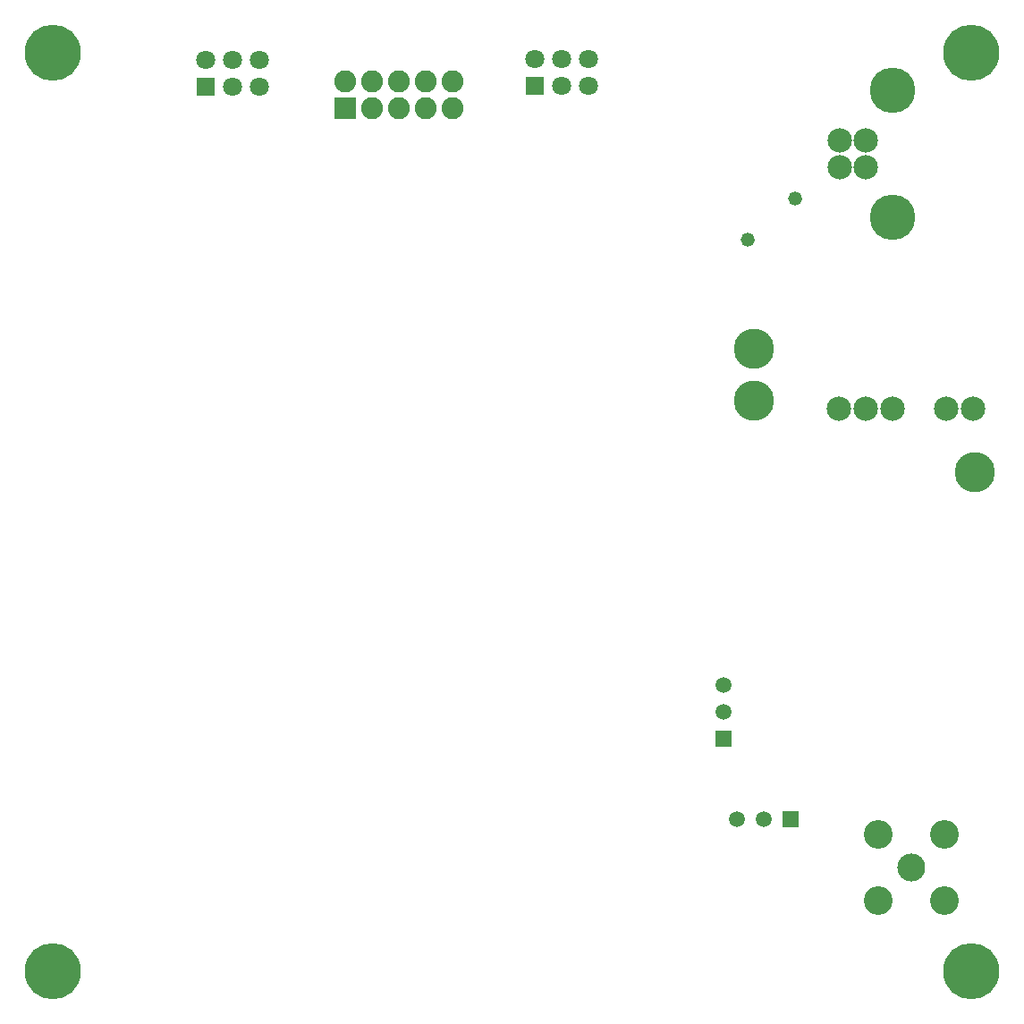
<source format=gbs>
G04*
G04 #@! TF.GenerationSoftware,Altium Limited,Altium Designer,21.6.4 (81)*
G04*
G04 Layer_Color=16711935*
%FSLAX25Y25*%
%MOIN*%
G70*
G04*
G04 #@! TF.SameCoordinates,DCC330B1-B26A-4D2F-83E0-9CF8D3C12DAD*
G04*
G04*
G04 #@! TF.FilePolarity,Negative*
G04*
G01*
G75*
%ADD52C,0.05200*%
%ADD69C,0.10400*%
%ADD70C,0.10700*%
%ADD71C,0.09074*%
%ADD72R,0.05924X0.05924*%
%ADD73C,0.05924*%
%ADD74C,0.08200*%
%ADD75R,0.08200X0.08200*%
%ADD76C,0.07106*%
%ADD77C,0.14980*%
%ADD78R,0.07106X0.07106*%
%ADD79R,0.05924X0.05924*%
%ADD80C,0.16948*%
%ADD81C,0.20885*%
D52*
X274743Y288500D02*
D03*
X292657Y304030D02*
D03*
D69*
X335753Y54590D02*
D03*
D70*
X323430Y42267D02*
D03*
X348076D02*
D03*
Y66913D02*
D03*
X323430D02*
D03*
D71*
X308980Y225400D02*
D03*
X328980D02*
D03*
X358980D02*
D03*
X318980D02*
D03*
X318957Y325499D02*
D03*
X309115D02*
D03*
X318957Y315657D02*
D03*
X309115D02*
D03*
X348980Y225400D02*
D03*
D72*
X290800Y72400D02*
D03*
D73*
X280800D02*
D03*
X270800D02*
D03*
X265800Y122400D02*
D03*
Y112400D02*
D03*
D74*
X164800Y337600D02*
D03*
X154800Y347600D02*
D03*
X144800D02*
D03*
Y337600D02*
D03*
X134800D02*
D03*
Y347600D02*
D03*
X154800Y337600D02*
D03*
X124800Y347600D02*
D03*
X164800D02*
D03*
D75*
X124800Y337600D02*
D03*
D76*
X93000Y355700D02*
D03*
X83000D02*
D03*
X73000D02*
D03*
X93000Y345700D02*
D03*
X205700Y345908D02*
D03*
X215700D02*
D03*
X205700Y355908D02*
D03*
X195700D02*
D03*
X83000Y345700D02*
D03*
X215700Y355908D02*
D03*
D77*
X277302Y248018D02*
D03*
Y228700D02*
D03*
X359500Y201800D02*
D03*
D78*
X195700Y345908D02*
D03*
X73000Y345700D02*
D03*
D79*
X265800Y102400D02*
D03*
D80*
X328800Y296956D02*
D03*
Y344200D02*
D03*
D81*
X15748Y15748D02*
D03*
X358268D02*
D03*
X15748Y358268D02*
D03*
X358268D02*
D03*
M02*

</source>
